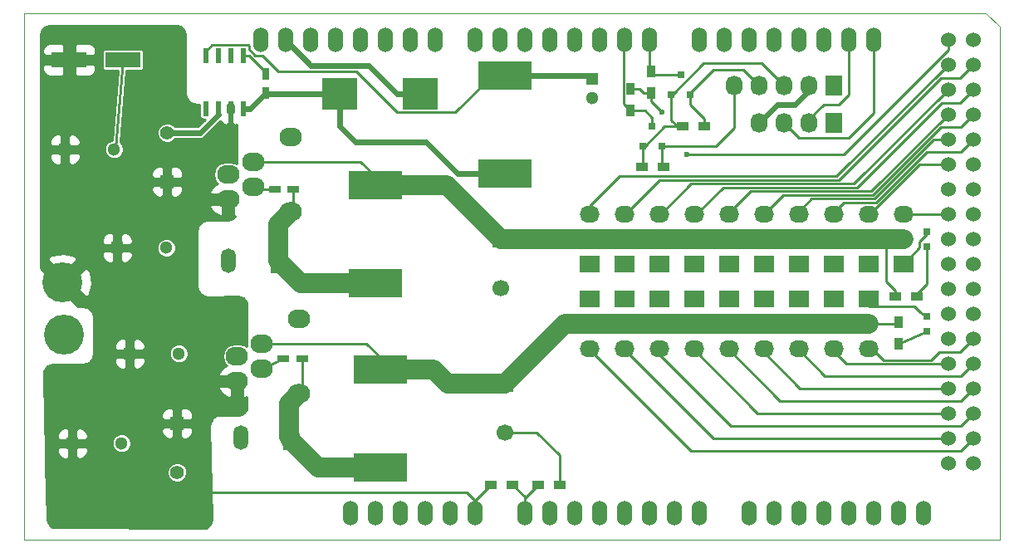
<source format=gtl>
G04 #@! TF.FileFunction,Copper,L1,Top,Mixed*
%FSLAX46Y46*%
G04 Gerber Fmt 4.6, Leading zero omitted, Abs format (unit mm)*
G04 Created by KiCad (PCBNEW (2015-07-04 BZR 5884)-product) date Tue 14 Jul 2015 21:23:31 CEST*
%MOMM*%
G01*
G04 APERTURE LIST*
%ADD10C,0.050000*%
%ADD11C,0.010000*%
%ADD12C,1.700000*%
%ADD13R,1.700000X1.700000*%
%ADD14O,1.524000X2.540000*%
%ADD15C,1.524000*%
%ADD16R,1.300000X1.300000*%
%ADD17C,1.300000*%
%ADD18R,1.400000X1.400000*%
%ADD19C,1.400000*%
%ADD20R,3.599180X1.600200*%
%ADD21R,1.200000X0.750000*%
%ADD22R,0.750000X1.200000*%
%ADD23R,1.501140X2.499360*%
%ADD24O,1.501140X2.499360*%
%ADD25R,3.600000X3.200000*%
%ADD26R,2.032000X1.727200*%
%ADD27O,2.032000X1.727200*%
%ADD28R,1.727200X2.032000*%
%ADD29O,1.727200X2.032000*%
%ADD30R,5.400040X2.900680*%
%ADD31C,4.064000*%
%ADD32R,0.800100X0.800100*%
%ADD33R,1.200000X0.900000*%
%ADD34R,0.900000X1.200000*%
%ADD35O,2.286000X1.905000*%
%ADD36R,0.600000X1.500000*%
%ADD37R,0.797560X0.797560*%
%ADD38C,0.600000*%
%ADD39C,0.391000*%
%ADD40C,0.250000*%
%ADD41C,0.600000*%
%ADD42C,2.000000*%
%ADD43C,1.380000*%
%ADD44C,0.254000*%
G04 APERTURE END LIST*
D10*
D11*
X5080Y5080D02*
X99451160Y5080D01*
X5080Y53721000D02*
X5080Y5080D01*
X98054160Y53721000D02*
X5080Y53721000D01*
X99451160Y52324000D02*
X98054160Y53721000D01*
X99451160Y5080D02*
X99451160Y52324000D01*
D12*
X48585120Y25667960D03*
D13*
X48585120Y30667960D03*
D14*
X68778120Y50987960D03*
X71318120Y50987960D03*
X73858120Y50987960D03*
X76398120Y50987960D03*
X78938120Y50987960D03*
X81478120Y50987960D03*
X84018120Y50987960D03*
X86558120Y50987960D03*
X91638120Y2727960D03*
X89098120Y2727960D03*
X86558120Y2727960D03*
X84018120Y2727960D03*
X73858120Y2727960D03*
X68778120Y2727960D03*
X66238120Y2727960D03*
X76398120Y2727960D03*
X78938120Y2727960D03*
X81478120Y2727960D03*
X63698120Y2727960D03*
X61158120Y2727960D03*
X58618120Y2727960D03*
X50998120Y2727960D03*
X53538120Y2727960D03*
X56078120Y2727960D03*
X45918120Y2727960D03*
X43378120Y2727960D03*
X40838120Y2727960D03*
X35758120Y2727960D03*
X33218120Y2727960D03*
X63698120Y50987960D03*
X61158120Y50987960D03*
X58618120Y50987960D03*
X56078120Y50987960D03*
X53538120Y50987960D03*
X50998120Y50987960D03*
X48458120Y50987960D03*
X45918120Y50987960D03*
X41854120Y50987960D03*
X39314120Y50987960D03*
X36774120Y50987960D03*
X34234120Y50987960D03*
X31694120Y50987960D03*
X29154120Y50987960D03*
X26614120Y50987960D03*
X24074120Y50987960D03*
X38298120Y2727960D03*
D15*
X94178120Y48447960D03*
X96718120Y48447960D03*
X94178120Y45907960D03*
X96718120Y45907960D03*
X94178120Y43367960D03*
X96718120Y43367960D03*
X94178120Y40827960D03*
X96718120Y40827960D03*
X94178120Y50987960D03*
X96718120Y50987960D03*
X96718120Y38287960D03*
X94178120Y38287960D03*
X94178120Y35747960D03*
X96718120Y35747960D03*
X94178120Y33207960D03*
X96718120Y33207960D03*
X94178120Y30667960D03*
X96718120Y30667960D03*
X94178120Y28127960D03*
X96718120Y28127960D03*
X94178120Y25587960D03*
X96718120Y25587960D03*
X94178120Y23047960D03*
X96718120Y23047960D03*
X94178120Y20507960D03*
X96718120Y20507960D03*
X94178120Y17967960D03*
X96718120Y17967960D03*
X94178120Y15427960D03*
X96718120Y15427960D03*
X94178120Y12887960D03*
X96718120Y12887960D03*
X94178120Y10347960D03*
X96718120Y10347960D03*
X94178120Y7807960D03*
X96718120Y7807960D03*
D16*
X9469120Y29778960D03*
D17*
X14469120Y29778960D03*
D16*
X4897120Y9839960D03*
D17*
X9897120Y9839960D03*
D16*
X4135120Y39811960D03*
D17*
X9135120Y39811960D03*
D16*
X10739120Y18983960D03*
D17*
X15739120Y18983960D03*
D18*
X14549120Y36509960D03*
D19*
X14549120Y41509960D03*
D18*
X15565120Y11871960D03*
D19*
X15565120Y6871960D03*
D20*
X4559300Y48955960D03*
X10060940Y48955960D03*
D21*
X25537120Y35747960D03*
X27437120Y35747960D03*
X26426120Y18475960D03*
X28326120Y18475960D03*
D22*
X24582120Y45592960D03*
X24582120Y47492960D03*
D12*
X48966120Y10935960D03*
D13*
X48966120Y15935960D03*
D16*
X57906920Y47025560D03*
D17*
X57906920Y45025560D03*
D23*
X25852120Y28483560D03*
D24*
X20772120Y28483560D03*
D23*
X27122120Y10411460D03*
D24*
X22042120Y10411460D03*
D25*
X40315320Y45501560D03*
X32115320Y45501560D03*
D26*
X57602120Y28127960D03*
D27*
X57602120Y30667960D03*
X57602120Y33207960D03*
D26*
X61158120Y28127960D03*
D27*
X61158120Y30667960D03*
X61158120Y33207960D03*
D26*
X64714120Y28127960D03*
D27*
X64714120Y30667960D03*
X64714120Y33207960D03*
D26*
X68270120Y28127960D03*
D27*
X68270120Y30667960D03*
X68270120Y33207960D03*
D26*
X71826120Y28127960D03*
D27*
X71826120Y30667960D03*
X71826120Y33207960D03*
D26*
X75382120Y28127960D03*
D27*
X75382120Y30667960D03*
X75382120Y33207960D03*
D26*
X78938120Y28127960D03*
D27*
X78938120Y30667960D03*
X78938120Y33207960D03*
D26*
X82494120Y28127960D03*
D27*
X82494120Y30667960D03*
X82494120Y33207960D03*
D26*
X86050120Y28127960D03*
D27*
X86050120Y30667960D03*
X86050120Y33207960D03*
D26*
X57602120Y24571960D03*
D27*
X57602120Y22031960D03*
X57602120Y19491960D03*
D26*
X61158120Y24571960D03*
D27*
X61158120Y22031960D03*
X61158120Y19491960D03*
D26*
X64714120Y24571960D03*
D27*
X64714120Y22031960D03*
X64714120Y19491960D03*
D26*
X68270120Y24571960D03*
D27*
X68270120Y22031960D03*
X68270120Y19491960D03*
D26*
X71826120Y24571960D03*
D27*
X71826120Y22031960D03*
X71826120Y19491960D03*
D26*
X75382120Y24571960D03*
D27*
X75382120Y22031960D03*
X75382120Y19491960D03*
D26*
X78938120Y24571960D03*
D27*
X78938120Y22031960D03*
X78938120Y19491960D03*
D26*
X82494120Y24571960D03*
D27*
X82494120Y22031960D03*
X82494120Y19491960D03*
D26*
X86050120Y24571960D03*
D27*
X86050120Y22031960D03*
X86050120Y19491960D03*
D28*
X82494120Y46365160D03*
D29*
X79954120Y46365160D03*
X77414120Y46365160D03*
X74874120Y46365160D03*
X72334120Y46365160D03*
D28*
X82494120Y42478960D03*
D29*
X79954120Y42478960D03*
X77414120Y42478960D03*
X74874120Y42478960D03*
D30*
X35758120Y36177220D03*
X35758120Y26174700D03*
X36266120Y17381220D03*
X36266120Y7378700D03*
D31*
X4008120Y20888960D03*
X3881120Y26222960D03*
D32*
X63052920Y40182800D03*
X64952920Y40182800D03*
X64002920Y42181780D03*
X65948520Y45415200D03*
X67848520Y45415200D03*
X66898520Y47414180D03*
D33*
X47561320Y5623560D03*
X49761320Y5623560D03*
X52336520Y5623560D03*
X54536520Y5623560D03*
D34*
X61793120Y45991960D03*
X61793120Y43791960D03*
X63901320Y45569960D03*
X63901320Y47769960D03*
D33*
X62953720Y38033960D03*
X65153720Y38033960D03*
X67068520Y42148760D03*
X69268520Y42148760D03*
X88760120Y24825960D03*
X90960120Y24825960D03*
D34*
X89148920Y22217560D03*
X89148920Y20017560D03*
D35*
X20772120Y37271960D03*
X20772120Y34731960D03*
X23312120Y36001960D03*
X23312120Y38541960D03*
X27122120Y41081960D03*
X27122120Y33461960D03*
X21661120Y18729960D03*
X21661120Y16189960D03*
X24201120Y17459960D03*
X24201120Y19999960D03*
X28011120Y22539960D03*
X28011120Y14919960D03*
D36*
X22296120Y49369960D03*
X21026120Y49369960D03*
X19756120Y49369960D03*
X18486120Y49369960D03*
X18486120Y43969960D03*
X19756120Y43969960D03*
X21026120Y43969960D03*
X22296120Y43969960D03*
D30*
X48966120Y47353220D03*
X48966120Y37350700D03*
D37*
X92019120Y29918660D03*
X92019120Y31417260D03*
X92019120Y21282660D03*
X92019120Y22781260D03*
D26*
X89606120Y28127960D03*
D27*
X89606120Y30667960D03*
X89606120Y33207960D03*
D38*
X64968120Y43621960D03*
X67508120Y39303960D03*
D39*
X21026120Y43969960D02*
X21026120Y42161460D01*
D40*
X19304000Y4831080D02*
X18435320Y4831080D01*
X45069760Y4831080D02*
X19304000Y4831080D01*
X45918120Y3982720D02*
X45069760Y4831080D01*
X18435320Y4831080D02*
X18394680Y4871720D01*
X45918120Y2727960D02*
X45918120Y3982720D01*
X45918120Y2727960D02*
X45918120Y3980360D01*
X45918120Y3980360D02*
X47561320Y5623560D01*
X92019120Y31417260D02*
X92019120Y31175960D01*
X92019120Y31175960D02*
X91257120Y30413960D01*
X91257120Y30413960D02*
X91257120Y29778960D01*
X91257120Y29778960D02*
X89606120Y28127960D01*
X92019120Y22781260D02*
X91358720Y23220680D01*
X91358720Y23220680D02*
X90769440Y23809960D01*
X90769440Y23809960D02*
X86050120Y23809960D01*
D41*
X29215080Y48387000D02*
X26614120Y50987960D01*
X40315320Y45501560D02*
X37957760Y45501560D01*
X37957760Y45501560D02*
X35072320Y48387000D01*
X35072320Y48387000D02*
X29215080Y48387000D01*
D40*
X19756120Y43969960D02*
X19756120Y43367960D01*
D41*
X19756120Y43367960D02*
X17898120Y41509960D01*
X17898120Y41509960D02*
X14549120Y41509960D01*
D40*
X10060940Y48955960D02*
X9298940Y39975780D01*
X9298940Y39975780D02*
X9135120Y39811960D01*
X54536520Y8638360D02*
X54536520Y5623560D01*
X52238920Y10935960D02*
X54536520Y8638360D01*
X48966120Y10935960D02*
X52238920Y10935960D01*
X25537120Y35747960D02*
X23566120Y35747960D01*
X23566120Y35747960D02*
X23312120Y36001960D01*
D42*
X27122120Y33461960D02*
X25852120Y32191960D01*
X25852120Y32191960D02*
X25852120Y28483560D01*
D40*
X27437120Y35747960D02*
X27437120Y33776960D01*
X27437120Y33776960D02*
X27122120Y33461960D01*
D42*
X35758120Y26174700D02*
X28160980Y26174700D01*
X28160980Y26174700D02*
X25852120Y28483560D01*
D40*
X24201120Y17459960D02*
X26426120Y18475960D01*
D42*
X28011120Y14919960D02*
X26995120Y13903960D01*
X26995120Y13903960D02*
X26995120Y10538460D01*
X26995120Y10538460D02*
X27122120Y10411460D01*
D43*
X27122120Y10411460D02*
X27122120Y10157460D01*
D42*
X27122120Y10157460D02*
X29900880Y7378700D01*
X29900880Y7378700D02*
X36266120Y7378700D01*
D40*
X28326120Y18475960D02*
X28326120Y15234960D01*
X28326120Y15234960D02*
X28011120Y14919960D01*
D41*
X32115320Y45501560D02*
X32115320Y42184760D01*
X44188380Y37350700D02*
X48966120Y37350700D01*
X40965120Y40573960D02*
X44188380Y37350700D01*
X33726120Y40573960D02*
X40965120Y40573960D01*
X32115320Y42184760D02*
X33726120Y40573960D01*
X22296120Y43969960D02*
X22959120Y43969960D01*
X22959120Y43969960D02*
X24582120Y45592960D01*
X32115320Y45501560D02*
X24673520Y45501560D01*
D39*
X24673520Y45501560D02*
X24582120Y45592960D01*
D40*
X24582120Y47492960D02*
X24582120Y47717960D01*
X24582120Y47717960D02*
X22930120Y49369960D01*
X22930120Y49369960D02*
X22846120Y49369960D01*
X22846120Y49369960D02*
X22296120Y49369960D01*
D42*
X35758120Y36177220D02*
X43075860Y36177220D01*
X43075860Y36177220D02*
X48585120Y30667960D01*
X48585120Y30667960D02*
X57602120Y30667960D01*
D40*
X88760120Y24825960D02*
X88760120Y25417960D01*
X87828120Y26349960D02*
X87828120Y30667960D01*
X88760120Y25417960D02*
X87828120Y26349960D01*
D42*
X86050120Y30667960D02*
X87828120Y30667960D01*
X87828120Y30667960D02*
X89606120Y30667960D01*
D40*
X86050120Y30667960D02*
X86134120Y30667960D01*
X86118520Y30736360D02*
X86050120Y30667960D01*
X35758120Y36177220D02*
X35758120Y37068760D01*
X35758120Y37068760D02*
X34284920Y38541960D01*
X34284920Y38541960D02*
X23312120Y38541960D01*
D43*
X48585120Y30667960D02*
X48585120Y30794960D01*
D42*
X57602120Y30667960D02*
X61158120Y30667960D01*
X61158120Y30667960D02*
X64714120Y30667960D01*
X64714120Y30667960D02*
X68270120Y30667960D01*
X68270120Y30667960D02*
X71826120Y30667960D01*
X71826120Y30667960D02*
X75382120Y30667960D01*
X75382120Y30667960D02*
X78938120Y30667960D01*
X78938120Y30667960D02*
X82494120Y30667960D01*
X82494120Y30667960D02*
X86050120Y30667960D01*
X36266120Y17381220D02*
X41678860Y17381220D01*
X43124120Y15935960D02*
X48966120Y15935960D01*
X41678860Y17381220D02*
X43124120Y15935960D01*
D40*
X36266120Y17381220D02*
X36266120Y18602960D01*
X36266120Y18602960D02*
X34869120Y19999960D01*
X34869120Y19999960D02*
X24201120Y19999960D01*
X86050120Y22031960D02*
X88963320Y22031960D01*
X88963320Y22031960D02*
X89148920Y22217560D01*
D42*
X57602120Y22031960D02*
X55062120Y22031960D01*
X55062120Y22031960D02*
X48966120Y15935960D01*
X57602120Y22031960D02*
X61158120Y22031960D01*
X61158120Y22031960D02*
X64714120Y22031960D01*
X64714120Y22031960D02*
X68270120Y22031960D01*
X68270120Y22031960D02*
X71826120Y22031960D01*
X71826120Y22031960D02*
X75382120Y22031960D01*
X75382120Y22031960D02*
X78938120Y22031960D01*
X78938120Y22031960D02*
X82494120Y22031960D01*
X82494120Y22031960D02*
X86050120Y22031960D01*
D41*
X79954120Y45780960D02*
X78557120Y44383960D01*
X78557120Y44383960D02*
X76779120Y44383960D01*
X76779120Y44383960D02*
X74874120Y42478960D01*
X74874120Y42478960D02*
X74366120Y42478960D01*
D40*
X48966120Y47353220D02*
X47716440Y47353220D01*
X47716440Y47353220D02*
X43939779Y43576559D01*
X18486120Y49819960D02*
X18486120Y49369960D01*
X43939779Y43576559D02*
X38025323Y43576559D01*
X24242132Y49392950D02*
X23543540Y49392950D01*
X38025323Y43576559D02*
X33839892Y47761990D01*
X33839892Y47761990D02*
X25873092Y47761990D01*
X22856121Y50444961D02*
X19111121Y50444961D01*
X25873092Y47761990D02*
X24242132Y49392950D01*
X23543540Y49392950D02*
X22921121Y50015369D01*
X22921121Y50015369D02*
X22921121Y50379961D01*
X22921121Y50379961D02*
X22856121Y50444961D01*
X19111121Y50444961D02*
X18486120Y49819960D01*
D39*
X79954120Y46365160D02*
X79954120Y45780960D01*
X57906920Y47025560D02*
X57906920Y46949360D01*
D41*
X48966120Y47353220D02*
X57579260Y47353220D01*
D39*
X57579260Y47353220D02*
X57906920Y47025560D01*
X48966120Y47353220D02*
X46504860Y47353220D01*
D40*
X90960120Y24825960D02*
X90960120Y25036960D01*
X90960120Y25036960D02*
X92019120Y26095960D01*
X92019120Y26095960D02*
X92019120Y29918660D01*
X89148920Y20017560D02*
X92014220Y21287560D01*
X92014220Y21287560D02*
X92019120Y21282660D01*
X57602120Y33207960D02*
X57602120Y34033460D01*
X57602120Y34033460D02*
X60650120Y37081460D01*
X60650120Y37081460D02*
X82811620Y37081460D01*
X82811620Y37081460D02*
X94178120Y48447960D01*
X61158120Y33207960D02*
X61254122Y33207960D01*
X61254122Y33207960D02*
X64746622Y36700460D01*
X64746622Y36700460D02*
X83002120Y36700460D01*
X83002120Y36700460D02*
X93416120Y47114460D01*
X93416120Y47114460D02*
X95384620Y47114460D01*
X95384620Y47114460D02*
X96718120Y48447960D01*
X64714120Y33207960D02*
X64873622Y33207960D01*
X64873622Y33207960D02*
X67985122Y36319460D01*
X67985122Y36319460D02*
X84589620Y36319460D01*
X84589620Y36319460D02*
X94178120Y45907960D01*
X68270120Y33207960D02*
X68493122Y33207960D01*
X68493122Y33207960D02*
X71223622Y35938460D01*
X71223622Y35938460D02*
X84907120Y35938460D01*
X84907120Y35938460D02*
X93543120Y44574460D01*
X93543120Y44574460D02*
X95384620Y44574460D01*
X95384620Y44574460D02*
X96718120Y45907960D01*
X71826120Y33207960D02*
X71826120Y33334960D01*
X71826120Y33334960D02*
X74048620Y35557460D01*
X74048620Y35557460D02*
X86367620Y35557460D01*
X86367620Y35557460D02*
X94178120Y43367960D01*
X75382120Y33207960D02*
X75414622Y33207960D01*
X75414622Y33207960D02*
X77383122Y35176460D01*
X77383122Y35176460D02*
X86481598Y35176460D01*
X86481598Y35176460D02*
X93403098Y42097960D01*
X93403098Y42097960D02*
X95448120Y42097960D01*
X95448120Y42097960D02*
X96718120Y43367960D01*
X78938120Y33207960D02*
X78938120Y33492958D01*
X78938120Y33492958D02*
X80240622Y34795460D01*
X80240622Y34795460D02*
X86685120Y34795460D01*
X86685120Y34795460D02*
X92717620Y40827960D01*
X92717620Y40827960D02*
X94178120Y40827960D01*
X82494120Y33207960D02*
X82494120Y33398460D01*
X82494120Y33398460D02*
X83510120Y34414460D01*
X95448120Y39557960D02*
X96718120Y40827960D01*
X92019120Y39557960D02*
X95448120Y39557960D01*
X86875620Y34414460D02*
X92019120Y39557960D01*
X83510120Y34414460D02*
X86875620Y34414460D01*
X82494120Y33207960D02*
X82557620Y33207960D01*
X86050120Y33207960D02*
X86177120Y33207960D01*
X86177120Y33207960D02*
X91257120Y38287960D01*
X91257120Y38287960D02*
X94178120Y38287960D01*
X57602120Y19491960D02*
X57602120Y19428460D01*
X57602120Y19428460D02*
X67952620Y9077960D01*
X67952620Y9077960D02*
X95448120Y9077960D01*
X95448120Y9077960D02*
X96718120Y10347960D01*
X61158120Y19491960D02*
X61158120Y19428460D01*
X61158120Y19428460D02*
X70238620Y10347960D01*
X70238620Y10347960D02*
X94178120Y10347960D01*
X64714120Y19491960D02*
X64714120Y18920460D01*
X64714120Y18920460D02*
X72016620Y11617960D01*
X72016620Y11617960D02*
X95448120Y11617960D01*
X95448120Y11617960D02*
X96718120Y12887960D01*
X68270120Y19491960D02*
X68270120Y19364960D01*
X68270120Y19364960D02*
X74747120Y12887960D01*
X74747120Y12887960D02*
X94178120Y12887960D01*
X71826120Y19491960D02*
X71826120Y19364960D01*
X71826120Y19364960D02*
X77033120Y14157960D01*
X77033120Y14157960D02*
X95448120Y14157960D01*
X95448120Y14157960D02*
X96718120Y15427960D01*
X75382120Y19491960D02*
X75382120Y19110960D01*
X75382120Y19110960D02*
X79065120Y15427960D01*
X79065120Y15427960D02*
X94178120Y15427960D01*
X78938120Y19491960D02*
X78938120Y19364960D01*
X78938120Y19364960D02*
X81605120Y16697960D01*
X81605120Y16697960D02*
X95448120Y16697960D01*
X95448120Y16697960D02*
X96718120Y17967960D01*
X82494120Y19491960D02*
X82494120Y19237960D01*
X82494120Y19237960D02*
X83764120Y17967960D01*
X83764120Y17967960D02*
X94178120Y17967960D01*
X86050120Y19491960D02*
X86400122Y19491960D01*
X86400122Y19491960D02*
X87574120Y18317962D01*
X87574120Y18317962D02*
X92432622Y18317962D01*
X92432622Y18317962D02*
X93289120Y19174460D01*
X93289120Y19174460D02*
X95384620Y19174460D01*
X95384620Y19174460D02*
X96718120Y20507960D01*
X64952920Y40182800D02*
X70474840Y40182800D01*
X72334120Y42042080D02*
X72334120Y46365160D01*
X70474840Y40182800D02*
X72334120Y42042080D01*
X64952920Y40182800D02*
X64952920Y38234760D01*
X64952920Y38234760D02*
X65153720Y38033960D01*
X67848520Y45415200D02*
X67848520Y45557480D01*
X67848520Y45557480D02*
X70241160Y47950120D01*
X73289160Y47950120D02*
X74874120Y46365160D01*
X70241160Y47950120D02*
X73289160Y47950120D01*
X67848520Y45415200D02*
X67848520Y44399160D01*
X69268520Y42979160D02*
X69268520Y42148760D01*
X67848520Y44399160D02*
X69268520Y42979160D01*
X65948520Y45415200D02*
X66075560Y45415200D01*
X66075560Y45415200D02*
X69265800Y48605440D01*
X75173840Y48605440D02*
X77414120Y46365160D01*
X69265800Y48605440D02*
X75173840Y48605440D01*
X65948520Y45415200D02*
X65948520Y42763480D01*
X65948520Y42763480D02*
X66563240Y42148760D01*
X66563240Y42148760D02*
X67068520Y42148760D01*
X63052920Y40182800D02*
X63286640Y40182800D01*
X63286640Y40182800D02*
X65252600Y42148760D01*
X65252600Y42148760D02*
X67068520Y42148760D01*
X63052920Y40182800D02*
X63052920Y38133160D01*
X63052920Y38133160D02*
X62953720Y38033960D01*
X61158120Y50987960D02*
X61118119Y50947959D01*
X61118119Y50947959D02*
X61118119Y44466961D01*
X61118119Y44466961D02*
X61793120Y43791960D01*
X64002920Y42181780D02*
X64002920Y43063160D01*
X63274120Y43791960D02*
X61793120Y43791960D01*
X64002920Y43063160D02*
X63274120Y43791960D01*
X66898520Y47414180D02*
X64257100Y47414180D01*
X64257100Y47414180D02*
X63901320Y47769960D01*
X63698120Y50987960D02*
X63698120Y47973160D01*
X63698120Y47973160D02*
X63901320Y47769960D01*
X50998120Y2727960D02*
X50998120Y4285160D01*
X50998120Y4285160D02*
X52336520Y5623560D01*
X50998120Y2727960D02*
X50998120Y4386760D01*
X50998120Y4386760D02*
X49761320Y5623560D01*
X63901320Y45569960D02*
X63147120Y45569960D01*
X62725120Y45991960D02*
X61793120Y45991960D01*
X63147120Y45569960D02*
X62725120Y45991960D01*
X94178120Y50987960D02*
X94178120Y49971960D01*
X63901320Y44688760D02*
X63901320Y45569960D01*
X64968120Y43621960D02*
X63901320Y44688760D01*
X83510120Y39303960D02*
X67508120Y39303960D01*
X94178120Y49971960D02*
X83510120Y39303960D01*
X84018120Y50987960D02*
X84018120Y45399960D01*
X84018120Y45399960D02*
X83002120Y44383960D01*
X83002120Y44383960D02*
X81478120Y44383960D01*
X81478120Y44383960D02*
X79573120Y42478960D01*
X79573120Y42478960D02*
X79446120Y42478960D01*
X86558120Y50987960D02*
X86558120Y43494960D01*
X86558120Y43494960D02*
X84018120Y40954960D01*
X84018120Y40954960D02*
X78938120Y40954960D01*
X78938120Y40954960D02*
X77414120Y42478960D01*
X77414120Y42478960D02*
X76906120Y42478960D01*
X89606120Y33207960D02*
X94178120Y33207960D01*
D44*
G36*
X15873610Y52331449D02*
X16156024Y52142746D01*
X16344728Y51860331D01*
X16413480Y51514691D01*
X16413480Y45512904D01*
X16415477Y45502864D01*
X16415108Y45492637D01*
X16466043Y45177558D01*
X16473119Y45158563D01*
X16478814Y45139088D01*
X16626429Y44856106D01*
X16639137Y44840299D01*
X16650671Y44823620D01*
X16879929Y44601561D01*
X16896968Y44590565D01*
X16913173Y44578367D01*
X17200719Y44439854D01*
X17220359Y44434786D01*
X17239577Y44428316D01*
X17556121Y44387458D01*
X17566333Y44388154D01*
X17576430Y44386478D01*
X17852714Y44395296D01*
X17852714Y43219960D01*
X17876905Y43095276D01*
X17948891Y42985690D01*
X18057565Y42912335D01*
X18186120Y42886554D01*
X18388002Y42886554D01*
X17638408Y42136960D01*
X15374345Y42136960D01*
X15131628Y42380100D01*
X14754299Y42536781D01*
X14345733Y42537138D01*
X13968131Y42381116D01*
X13678980Y42092468D01*
X13522299Y41715139D01*
X13521942Y41306573D01*
X13677964Y40928971D01*
X13966612Y40639820D01*
X14343941Y40483139D01*
X14752507Y40482782D01*
X15130109Y40638804D01*
X15374690Y40882960D01*
X17898120Y40882960D01*
X18138063Y40930688D01*
X18341476Y41066604D01*
X19954988Y42680116D01*
X20201016Y42434087D01*
X20541728Y42292960D01*
X20644370Y42292960D01*
X20876120Y42524710D01*
X20876120Y43594960D01*
X20726120Y43594960D01*
X20726120Y44344960D01*
X20876120Y44344960D01*
X20876120Y44471482D01*
X21037223Y44450612D01*
X21176120Y44383467D01*
X21176120Y44344960D01*
X21255777Y44344960D01*
X21288321Y44329228D01*
X21326120Y44292447D01*
X21326120Y43594960D01*
X21176120Y43594960D01*
X21176120Y42524710D01*
X21407870Y42292960D01*
X21510512Y42292960D01*
X21655621Y42353066D01*
X21637173Y38349754D01*
X21481062Y38454064D01*
X20991419Y38551460D01*
X20552821Y38551460D01*
X20063178Y38454064D01*
X19648078Y38176703D01*
X19370717Y37761603D01*
X19273321Y37271960D01*
X19370717Y36782317D01*
X19648078Y36367217D01*
X19700077Y36332472D01*
X19311560Y36091589D01*
X18887930Y35502062D01*
X18860346Y35486769D01*
X19004196Y35208210D01*
X20209120Y35208210D01*
X20209120Y35314960D01*
X21335120Y35314960D01*
X21335120Y35208210D01*
X21355120Y35208210D01*
X21355120Y34255710D01*
X21335120Y34255710D01*
X21335120Y33140831D01*
X21473669Y33066249D01*
X21360290Y32895708D01*
X21082441Y32707248D01*
X20741618Y32635344D01*
X18698308Y32606964D01*
X18686182Y32604377D01*
X18673784Y32604226D01*
X18295820Y32524258D01*
X18295817Y32524257D01*
X18295813Y32524256D01*
X18295386Y32524165D01*
X18272876Y32514520D01*
X18250203Y32504896D01*
X18249839Y32504649D01*
X18249838Y32504648D01*
X18249836Y32504647D01*
X17930489Y32287232D01*
X17913309Y32269752D01*
X17895998Y32252259D01*
X17682794Y31929553D01*
X17673499Y31906778D01*
X17664154Y31884106D01*
X17589357Y31504632D01*
X17589378Y31492232D01*
X17586960Y31480072D01*
X17586960Y25877649D01*
X17588930Y25867742D01*
X17588545Y25857644D01*
X17638170Y25546538D01*
X17645123Y25527753D01*
X17650618Y25508514D01*
X17794567Y25228285D01*
X17807007Y25212610D01*
X17818226Y25196019D01*
X18042213Y24974481D01*
X18058916Y24963453D01*
X18074736Y24951177D01*
X18356531Y24810315D01*
X18375835Y24805031D01*
X18394689Y24798286D01*
X18706322Y24752083D01*
X18716415Y24752580D01*
X18726344Y24750718D01*
X21781900Y24784296D01*
X22063111Y24742674D01*
X22308376Y24620301D01*
X22503495Y24427791D01*
X22629159Y24184200D01*
X22674563Y23903573D01*
X22684977Y19701644D01*
X22370062Y19912064D01*
X21880419Y20009460D01*
X21441821Y20009460D01*
X20952178Y19912064D01*
X20537078Y19634703D01*
X20259717Y19219603D01*
X20162321Y18729960D01*
X20259717Y18240317D01*
X20537078Y17825217D01*
X20589077Y17790472D01*
X20200560Y17549589D01*
X19776930Y16960062D01*
X19749346Y16944769D01*
X19893196Y16666210D01*
X21098120Y16666210D01*
X21098120Y16772960D01*
X22224120Y16772960D01*
X22224120Y16666210D01*
X22244120Y16666210D01*
X22244120Y15713710D01*
X22224120Y15713710D01*
X22224120Y14598831D01*
X22504695Y14447796D01*
X22697702Y14567462D01*
X22700014Y13634503D01*
X22632246Y13289005D01*
X22444572Y13006280D01*
X22163062Y12816793D01*
X21818004Y12746803D01*
X19991048Y12739582D01*
X19981106Y12737564D01*
X19970967Y12737904D01*
X19658803Y12686632D01*
X19639985Y12679568D01*
X19620688Y12673932D01*
X19340161Y12527718D01*
X19324487Y12515126D01*
X19307920Y12503747D01*
X19087101Y12277223D01*
X19076149Y12260373D01*
X19063960Y12244381D01*
X18924948Y11960215D01*
X18919807Y11940786D01*
X18913224Y11921788D01*
X18869930Y11608419D01*
X18870528Y11598294D01*
X18868764Y11588301D01*
X19073435Y2094053D01*
X19033927Y1809603D01*
X18911709Y1561135D01*
X18717707Y1363557D01*
X18471514Y1236822D01*
X18187832Y1192125D01*
X3222049Y1241355D01*
X2882084Y1308983D01*
X2603089Y1492776D01*
X2413855Y1768117D01*
X2339571Y2106686D01*
X2210428Y7743116D01*
X14984131Y7743116D01*
X14694980Y7454468D01*
X14538299Y7077139D01*
X14537942Y6668573D01*
X14693964Y6290971D01*
X14982612Y6001820D01*
X15359941Y5845139D01*
X15768507Y5844782D01*
X16146109Y6000804D01*
X16435260Y6289452D01*
X16591941Y6666781D01*
X16592298Y7075347D01*
X16436276Y7452949D01*
X16147628Y7742100D01*
X15770299Y7898781D01*
X15361733Y7899138D01*
X14984131Y7743116D01*
X2210428Y7743116D01*
X2169831Y9514960D01*
X3551870Y9514960D01*
X3320120Y9283210D01*
X3320120Y9005568D01*
X3461247Y8664857D01*
X3722016Y8404087D01*
X4062728Y8262960D01*
X4340370Y8262960D01*
X4572120Y8494710D01*
X4572120Y9514960D01*
X5222120Y9514960D01*
X5222120Y8494710D01*
X5453870Y8262960D01*
X5731512Y8262960D01*
X6072224Y8404087D01*
X6332993Y8664857D01*
X6474120Y9005568D01*
X6474120Y9283210D01*
X6242370Y9514960D01*
X5222120Y9514960D01*
X4572120Y9514960D01*
X4572120Y9514960D01*
X3551870Y9514960D01*
X2169831Y9514960D01*
X2157913Y10035150D01*
X8920290Y10035150D01*
X8919950Y9646475D01*
X9068376Y9287257D01*
X9342971Y9012182D01*
X9701930Y8863130D01*
X10090605Y8862790D01*
X10449823Y9011216D01*
X10724898Y9285811D01*
X10873950Y9644770D01*
X10874290Y10033445D01*
X10725864Y10392663D01*
X10451269Y10667738D01*
X10092310Y10816790D01*
X9703635Y10817130D01*
X9344417Y10668704D01*
X6474120Y10668704D01*
X6474120Y10674352D01*
X6332993Y11015063D01*
X6072224Y11275833D01*
X5731512Y11416960D01*
X5453870Y11416960D01*
X5222120Y11185210D01*
X5222120Y10164960D01*
X6242370Y10164960D01*
X6474120Y10396710D01*
X6474120Y10668704D01*
X9344417Y10668704D01*
X6474120Y10668704D01*
X6474120Y10668704D01*
X9344417Y10668704D01*
X9069342Y10394109D01*
X8920290Y10035150D01*
X2157913Y10035150D01*
X2126253Y11416960D01*
X4062728Y11416960D01*
X3722016Y11275833D01*
X3461247Y11015063D01*
X3320120Y10674352D01*
X3320120Y10396710D01*
X3551870Y10164960D01*
X4572120Y10164960D01*
X4572120Y11185210D01*
X4340370Y11416960D01*
X4062728Y11416960D01*
X2126253Y11416960D01*
X2123848Y11521960D01*
X14169870Y11521960D01*
X13938120Y11290210D01*
X13938120Y10987568D01*
X14079247Y10646856D01*
X14340017Y10386087D01*
X14680728Y10244960D01*
X14983370Y10244960D01*
X15215120Y10476710D01*
X15215120Y11521960D01*
X15915120Y11521960D01*
X15215120Y11521960D01*
X15215120Y11521960D01*
X15915120Y11521960D01*
X15915120Y10476710D01*
X16146870Y10244960D01*
X16449512Y10244960D01*
X16790223Y10386087D01*
X17050993Y10646856D01*
X17192120Y10987568D01*
X17192120Y11290210D01*
X16960370Y11521960D01*
X15915120Y11521960D01*
X15215120Y11521960D01*
X15215120Y11521960D01*
X14169870Y11521960D01*
X2123848Y11521960D01*
X2078550Y13498960D01*
X14680728Y13498960D01*
X14340017Y13357833D01*
X14079247Y13097064D01*
X13938120Y12756352D01*
X13938120Y12453710D01*
X14169870Y12221960D01*
X15215120Y12221960D01*
X15215120Y13267210D01*
X14983370Y13498960D01*
X16146870Y13498960D01*
X15915120Y13267210D01*
X15915120Y12221960D01*
X16960370Y12221960D01*
X17192120Y12453710D01*
X17192120Y12756352D01*
X17050993Y13097064D01*
X16790223Y13357833D01*
X16449512Y13498960D01*
X16146870Y13498960D01*
X14983370Y13498960D01*
X14983370Y13498960D01*
X14680728Y13498960D01*
X2078550Y13498960D01*
X2027804Y15713710D01*
X19893196Y15713710D01*
X19749346Y15435151D01*
X19776930Y15419858D01*
X20200560Y14830331D01*
X20817545Y14447796D01*
X21098120Y14598831D01*
X21098120Y15713710D01*
X19893196Y15713710D01*
X2027804Y15713710D01*
X1999756Y16937829D01*
X2038776Y17221995D01*
X2160369Y17470402D01*
X2353677Y17668190D01*
X2599232Y17795440D01*
X2882438Y17840960D01*
X5929120Y17840960D01*
X5941387Y17843400D01*
X5953896Y17843400D01*
X6336579Y17919520D01*
X6382360Y17938483D01*
X6706782Y18155255D01*
X6706784Y18155256D01*
X6706785Y18155256D01*
X6724304Y18172776D01*
X6741824Y18190295D01*
X6741824Y18190296D01*
X6741825Y18190298D01*
X6958593Y18514716D01*
X6958596Y18514719D01*
X6958597Y18514719D01*
X6972005Y18547092D01*
X6977560Y18560500D01*
X6977560Y18560501D01*
X6997144Y18658960D01*
X9393870Y18658960D01*
X9162120Y18427210D01*
X9162120Y18149568D01*
X9303247Y17808857D01*
X9564016Y17548087D01*
X9904728Y17406960D01*
X10182370Y17406960D01*
X10414120Y17638710D01*
X10414120Y18658960D01*
X11064120Y18658960D01*
X10414120Y18658960D01*
X10414120Y18658960D01*
X11064120Y18658960D01*
X11064120Y17638710D01*
X11295870Y17406960D01*
X11573512Y17406960D01*
X11914224Y17548087D01*
X12174993Y17808857D01*
X12316120Y18149568D01*
X12316120Y18427210D01*
X12084370Y18658960D01*
X11064120Y18658960D01*
X10414120Y18658960D01*
X10414120Y18658960D01*
X9393870Y18658960D01*
X6997144Y18658960D01*
X7053680Y18943184D01*
X7053680Y18955693D01*
X7056120Y18967960D01*
X7056120Y19179150D01*
X14762290Y19179150D01*
X14761950Y18790475D01*
X14910376Y18431257D01*
X15184971Y18156182D01*
X15543930Y18007130D01*
X15932605Y18006790D01*
X16291823Y18155216D01*
X16566898Y18429811D01*
X16715950Y18788770D01*
X16716290Y19177445D01*
X16567864Y19536663D01*
X16293269Y19811738D01*
X15934310Y19960790D01*
X15545635Y19961130D01*
X15186417Y19812704D01*
X12316120Y19812704D01*
X12316120Y19818352D01*
X12174993Y20159063D01*
X11914224Y20419833D01*
X11573512Y20560960D01*
X11295870Y20560960D01*
X11064120Y20329210D01*
X11064120Y19308960D01*
X12084370Y19308960D01*
X12316120Y19540710D01*
X12316120Y19812704D01*
X15186417Y19812704D01*
X12316120Y19812704D01*
X12316120Y19812704D01*
X15186417Y19812704D01*
X14911342Y19538109D01*
X14762290Y19179150D01*
X7056120Y19179150D01*
X7056120Y20560960D01*
X9904728Y20560960D01*
X9564016Y20419833D01*
X9303247Y20159063D01*
X9162120Y19818352D01*
X9162120Y19540710D01*
X9393870Y19308960D01*
X10414120Y19308960D01*
X10414120Y20329210D01*
X10182370Y20560960D01*
X9904728Y20560960D01*
X7056120Y20560960D01*
X7056120Y22682960D01*
X7053680Y22695228D01*
X7053680Y22707736D01*
X6977560Y23090419D01*
X6977560Y23090420D01*
X6972005Y23103829D01*
X6958597Y23136201D01*
X6958593Y23136205D01*
X6741825Y23460623D01*
X6741824Y23460624D01*
X6741824Y23460625D01*
X6706785Y23495664D01*
X6706782Y23495666D01*
X6382360Y23712437D01*
X6336579Y23731400D01*
X5953896Y23807520D01*
X5941387Y23807520D01*
X5929120Y23809960D01*
X5359543Y23809960D01*
X5411812Y23896066D01*
X3881120Y25426758D01*
X3866978Y25412615D01*
X3070776Y26208817D01*
X3084918Y26222960D01*
X4677322Y26222960D01*
X6208014Y24692268D01*
X6609948Y24936256D01*
X6894629Y26078478D01*
X6720530Y27242696D01*
X6609948Y27509664D01*
X6208014Y27753652D01*
X4677322Y26222960D01*
X3084918Y26222960D01*
X3084918Y26222960D01*
X1647761Y27660117D01*
X1635946Y28291881D01*
X1635785Y28311549D01*
X1637516Y29062370D01*
X2861384Y29062370D01*
X2594416Y28951788D01*
X2350428Y28549854D01*
X3881120Y27019162D01*
X5411812Y28549854D01*
X5167824Y28951788D01*
X4025602Y29236469D01*
X2861384Y29062370D01*
X1637516Y29062370D01*
X1638419Y29453960D01*
X8123870Y29453960D01*
X7892120Y29222210D01*
X7892120Y28944568D01*
X8033247Y28603857D01*
X8294016Y28343087D01*
X8634728Y28201960D01*
X8912370Y28201960D01*
X9144120Y28433710D01*
X9144120Y29453960D01*
X9794120Y29453960D01*
X9144120Y29453960D01*
X9144120Y29453960D01*
X9794120Y29453960D01*
X9794120Y28433710D01*
X10025870Y28201960D01*
X10303512Y28201960D01*
X10644224Y28343087D01*
X10904993Y28603857D01*
X11046120Y28944568D01*
X11046120Y29222210D01*
X10814370Y29453960D01*
X9794120Y29453960D01*
X9144120Y29453960D01*
X9144120Y29453960D01*
X8123870Y29453960D01*
X1638419Y29453960D01*
X1639618Y29974150D01*
X13492290Y29974150D01*
X13491950Y29585475D01*
X13640376Y29226257D01*
X13914971Y28951182D01*
X14273930Y28802130D01*
X14662605Y28801790D01*
X15021823Y28950216D01*
X15296898Y29224811D01*
X15445950Y29583770D01*
X15446290Y29972445D01*
X15297864Y30331663D01*
X15023269Y30606738D01*
X14664310Y30755790D01*
X14275635Y30756130D01*
X13916417Y30607704D01*
X11046120Y30607704D01*
X11046120Y30613352D01*
X10904993Y30954063D01*
X10644224Y31214833D01*
X10303512Y31355960D01*
X10025870Y31355960D01*
X9794120Y31124210D01*
X9794120Y30103960D01*
X10814370Y30103960D01*
X11046120Y30335710D01*
X11046120Y30607704D01*
X13916417Y30607704D01*
X11046120Y30607704D01*
X11046120Y30607704D01*
X13916417Y30607704D01*
X13641342Y30333109D01*
X13492290Y29974150D01*
X1639618Y29974150D01*
X1642805Y31355960D01*
X8634728Y31355960D01*
X8294016Y31214833D01*
X8033247Y30954063D01*
X7892120Y30613352D01*
X7892120Y30335710D01*
X8123870Y30103960D01*
X9144120Y30103960D01*
X9144120Y31124210D01*
X8912370Y31355960D01*
X8634728Y31355960D01*
X1642805Y31355960D01*
X1649493Y34255710D01*
X19004196Y34255710D01*
X18860346Y33977151D01*
X18887930Y33961858D01*
X19311560Y33372331D01*
X19928545Y32989796D01*
X20209120Y33140831D01*
X20209120Y34255710D01*
X19004196Y34255710D01*
X1649493Y34255710D01*
X1653885Y36159960D01*
X13153870Y36159960D01*
X12922120Y35928210D01*
X12922120Y35625568D01*
X13063247Y35284856D01*
X13324017Y35024087D01*
X13664728Y34882960D01*
X13967370Y34882960D01*
X14199120Y35114710D01*
X14199120Y36159960D01*
X14899120Y36159960D01*
X14899120Y35114710D01*
X15130870Y34882960D01*
X15433512Y34882960D01*
X15774223Y35024087D01*
X16034993Y35284856D01*
X16176120Y35625568D01*
X16176120Y35928210D01*
X15944370Y36159960D01*
X14899120Y36159960D01*
X14199120Y36159960D01*
X14199120Y36159960D01*
X13153870Y36159960D01*
X1653885Y36159960D01*
X1658445Y38136960D01*
X13664728Y38136960D01*
X13324017Y37995833D01*
X13063247Y37735064D01*
X12922120Y37394352D01*
X12922120Y37091710D01*
X13153870Y36859960D01*
X14199120Y36859960D01*
X14199120Y37905210D01*
X13967370Y38136960D01*
X15130870Y38136960D01*
X14899120Y37905210D01*
X14899120Y36859960D01*
X15944370Y36859960D01*
X16176120Y37091710D01*
X16176120Y37394352D01*
X16034993Y37735064D01*
X15774223Y37995833D01*
X15433512Y38136960D01*
X15130870Y38136960D01*
X13967370Y38136960D01*
X13967370Y38136960D01*
X13664728Y38136960D01*
X1658445Y38136960D01*
X1661559Y39486960D01*
X2789870Y39486960D01*
X2558120Y39255210D01*
X2558120Y38977568D01*
X2699247Y38636857D01*
X2960016Y38376087D01*
X3300728Y38234960D01*
X3578370Y38234960D01*
X3810120Y38466710D01*
X3810120Y39486960D01*
X4460120Y39486960D01*
X3810120Y39486960D01*
X3810120Y39486960D01*
X4460120Y39486960D01*
X4460120Y38466710D01*
X4691870Y38234960D01*
X4969512Y38234960D01*
X5310224Y38376087D01*
X5570993Y38636857D01*
X5712120Y38977568D01*
X5712120Y39255210D01*
X5480370Y39486960D01*
X4460120Y39486960D01*
X3810120Y39486960D01*
X3810120Y39486960D01*
X2789870Y39486960D01*
X1661559Y39486960D01*
X1662759Y40007150D01*
X8158290Y40007150D01*
X8157950Y39618475D01*
X8306376Y39259257D01*
X8580971Y38984182D01*
X8939930Y38835130D01*
X9328605Y38834790D01*
X9687823Y38983216D01*
X9962898Y39257811D01*
X10111950Y39616770D01*
X10112290Y40005445D01*
X9963864Y40364663D01*
X9799531Y40529283D01*
X10418382Y47822454D01*
X11860530Y47822454D01*
X11985214Y47846645D01*
X12094800Y47918631D01*
X12168155Y48027305D01*
X12193936Y48155860D01*
X12193936Y49756060D01*
X12169745Y49880744D01*
X12097759Y49990330D01*
X11989085Y50063685D01*
X11860530Y50089466D01*
X8261350Y50089466D01*
X7224167Y50089466D01*
X7144763Y50281163D01*
X6883994Y50541933D01*
X6543282Y50683060D01*
X5354050Y50683060D01*
X5122300Y50451310D01*
X5122300Y49356010D01*
X7054140Y49356010D01*
X7285890Y49587760D01*
X7285890Y49940452D01*
X7224167Y50089466D01*
X8261350Y50089466D01*
X7224167Y50089466D01*
X7224167Y50089466D01*
X8261350Y50089466D01*
X8136666Y50065275D01*
X8027080Y49993289D01*
X7953725Y49884615D01*
X7927944Y49756060D01*
X7927944Y48155860D01*
X7285890Y48155860D01*
X7285890Y48324160D01*
X7054140Y48555910D01*
X5122300Y48555910D01*
X5122300Y47460610D01*
X5354050Y47228860D01*
X6543282Y47228860D01*
X6883994Y47369987D01*
X7144763Y47630757D01*
X7285890Y47971468D01*
X7285890Y48155860D01*
X7927944Y48155860D01*
X7285890Y48155860D01*
X7285890Y48155860D01*
X7927944Y48155860D01*
X7952135Y48031176D01*
X8024121Y47921590D01*
X8132795Y47848235D01*
X8261350Y47822454D01*
X9511133Y47822454D01*
X8913339Y40777438D01*
X5657823Y40777438D01*
X5570993Y40987063D01*
X5310224Y41247833D01*
X4969512Y41388960D01*
X4691870Y41388960D01*
X4460120Y41157210D01*
X4460120Y40136960D01*
X5480370Y40136960D01*
X5712120Y40368710D01*
X5712120Y40646352D01*
X5657823Y40777438D01*
X8913339Y40777438D01*
X5657823Y40777438D01*
X5657823Y40777438D01*
X8913339Y40777438D01*
X8582417Y40640704D01*
X8307342Y40366109D01*
X8158290Y40007150D01*
X1662759Y40007150D01*
X1665946Y41388960D01*
X3300728Y41388960D01*
X2960016Y41247833D01*
X2699247Y40987063D01*
X2558120Y40646352D01*
X2558120Y40368710D01*
X2789870Y40136960D01*
X3810120Y40136960D01*
X3810120Y41157210D01*
X3578370Y41388960D01*
X3300728Y41388960D01*
X1665946Y41388960D01*
X1682479Y48555910D01*
X2064460Y48555910D01*
X1832710Y48324160D01*
X1832710Y47971468D01*
X1973837Y47630757D01*
X2234606Y47369987D01*
X2575318Y47228860D01*
X3764550Y47228860D01*
X3996300Y47460610D01*
X3996300Y48555910D01*
X2064460Y48555910D01*
X1682479Y48555910D01*
X1687386Y50683060D01*
X2575318Y50683060D01*
X2234606Y50541933D01*
X1973837Y50281163D01*
X1832710Y49940452D01*
X1832710Y49587760D01*
X2064460Y49356010D01*
X3996300Y49356010D01*
X3996300Y50451310D01*
X3764550Y50683060D01*
X2575318Y50683060D01*
X1687386Y50683060D01*
X1689310Y51516728D01*
X1758659Y51861726D01*
X1947496Y52143460D01*
X2229666Y52331647D01*
X2574826Y52400200D01*
X15527970Y52400200D01*
X15873610Y52331449D01*
X15873610Y52331449D01*
G37*
X15873610Y52331449D02*
X16156024Y52142746D01*
X16344728Y51860331D01*
X16413480Y51514691D01*
X16413480Y45512904D01*
X16415477Y45502864D01*
X16415108Y45492637D01*
X16466043Y45177558D01*
X16473119Y45158563D01*
X16478814Y45139088D01*
X16626429Y44856106D01*
X16639137Y44840299D01*
X16650671Y44823620D01*
X16879929Y44601561D01*
X16896968Y44590565D01*
X16913173Y44578367D01*
X17200719Y44439854D01*
X17220359Y44434786D01*
X17239577Y44428316D01*
X17556121Y44387458D01*
X17566333Y44388154D01*
X17576430Y44386478D01*
X17852714Y44395296D01*
X17852714Y43219960D01*
X17876905Y43095276D01*
X17948891Y42985690D01*
X18057565Y42912335D01*
X18186120Y42886554D01*
X18388002Y42886554D01*
X17638408Y42136960D01*
X15374345Y42136960D01*
X15131628Y42380100D01*
X14754299Y42536781D01*
X14345733Y42537138D01*
X13968131Y42381116D01*
X13678980Y42092468D01*
X13522299Y41715139D01*
X13521942Y41306573D01*
X13677964Y40928971D01*
X13966612Y40639820D01*
X14343941Y40483139D01*
X14752507Y40482782D01*
X15130109Y40638804D01*
X15374690Y40882960D01*
X17898120Y40882960D01*
X18138063Y40930688D01*
X18341476Y41066604D01*
X19954988Y42680116D01*
X20201016Y42434087D01*
X20541728Y42292960D01*
X20644370Y42292960D01*
X20876120Y42524710D01*
X20876120Y43594960D01*
X20726120Y43594960D01*
X20726120Y44344960D01*
X20876120Y44344960D01*
X20876120Y44471482D01*
X21037223Y44450612D01*
X21176120Y44383467D01*
X21176120Y44344960D01*
X21255777Y44344960D01*
X21288321Y44329228D01*
X21326120Y44292447D01*
X21326120Y43594960D01*
X21176120Y43594960D01*
X21176120Y42524710D01*
X21407870Y42292960D01*
X21510512Y42292960D01*
X21655621Y42353066D01*
X21637173Y38349754D01*
X21481062Y38454064D01*
X20991419Y38551460D01*
X20552821Y38551460D01*
X20063178Y38454064D01*
X19648078Y38176703D01*
X19370717Y37761603D01*
X19273321Y37271960D01*
X19370717Y36782317D01*
X19648078Y36367217D01*
X19700077Y36332472D01*
X19311560Y36091589D01*
X18887930Y35502062D01*
X18860346Y35486769D01*
X19004196Y35208210D01*
X20209120Y35208210D01*
X20209120Y35314960D01*
X21335120Y35314960D01*
X21335120Y35208210D01*
X21355120Y35208210D01*
X21355120Y34255710D01*
X21335120Y34255710D01*
X21335120Y33140831D01*
X21473669Y33066249D01*
X21360290Y32895708D01*
X21082441Y32707248D01*
X20741618Y32635344D01*
X18698308Y32606964D01*
X18686182Y32604377D01*
X18673784Y32604226D01*
X18295820Y32524258D01*
X18295817Y32524257D01*
X18295813Y32524256D01*
X18295386Y32524165D01*
X18272876Y32514520D01*
X18250203Y32504896D01*
X18249839Y32504649D01*
X18249838Y32504648D01*
X18249836Y32504647D01*
X17930489Y32287232D01*
X17913309Y32269752D01*
X17895998Y32252259D01*
X17682794Y31929553D01*
X17673499Y31906778D01*
X17664154Y31884106D01*
X17589357Y31504632D01*
X17589378Y31492232D01*
X17586960Y31480072D01*
X17586960Y25877649D01*
X17588930Y25867742D01*
X17588545Y25857644D01*
X17638170Y25546538D01*
X17645123Y25527753D01*
X17650618Y25508514D01*
X17794567Y25228285D01*
X17807007Y25212610D01*
X17818226Y25196019D01*
X18042213Y24974481D01*
X18058916Y24963453D01*
X18074736Y24951177D01*
X18356531Y24810315D01*
X18375835Y24805031D01*
X18394689Y24798286D01*
X18706322Y24752083D01*
X18716415Y24752580D01*
X18726344Y24750718D01*
X21781900Y24784296D01*
X22063111Y24742674D01*
X22308376Y24620301D01*
X22503495Y24427791D01*
X22629159Y24184200D01*
X22674563Y23903573D01*
X22684977Y19701644D01*
X22370062Y19912064D01*
X21880419Y20009460D01*
X21441821Y20009460D01*
X20952178Y19912064D01*
X20537078Y19634703D01*
X20259717Y19219603D01*
X20162321Y18729960D01*
X20259717Y18240317D01*
X20537078Y17825217D01*
X20589077Y17790472D01*
X20200560Y17549589D01*
X19776930Y16960062D01*
X19749346Y16944769D01*
X19893196Y16666210D01*
X21098120Y16666210D01*
X21098120Y16772960D01*
X22224120Y16772960D01*
X22224120Y16666210D01*
X22244120Y16666210D01*
X22244120Y15713710D01*
X22224120Y15713710D01*
X22224120Y14598831D01*
X22504695Y14447796D01*
X22697702Y14567462D01*
X22700014Y13634503D01*
X22632246Y13289005D01*
X22444572Y13006280D01*
X22163062Y12816793D01*
X21818004Y12746803D01*
X19991048Y12739582D01*
X19981106Y12737564D01*
X19970967Y12737904D01*
X19658803Y12686632D01*
X19639985Y12679568D01*
X19620688Y12673932D01*
X19340161Y12527718D01*
X19324487Y12515126D01*
X19307920Y12503747D01*
X19087101Y12277223D01*
X19076149Y12260373D01*
X19063960Y12244381D01*
X18924948Y11960215D01*
X18919807Y11940786D01*
X18913224Y11921788D01*
X18869930Y11608419D01*
X18870528Y11598294D01*
X18868764Y11588301D01*
X19073435Y2094053D01*
X19033927Y1809603D01*
X18911709Y1561135D01*
X18717707Y1363557D01*
X18471514Y1236822D01*
X18187832Y1192125D01*
X3222049Y1241355D01*
X2882084Y1308983D01*
X2603089Y1492776D01*
X2413855Y1768117D01*
X2339571Y2106686D01*
X2210428Y7743116D01*
X14984131Y7743116D01*
X14694980Y7454468D01*
X14538299Y7077139D01*
X14537942Y6668573D01*
X14693964Y6290971D01*
X14982612Y6001820D01*
X15359941Y5845139D01*
X15768507Y5844782D01*
X16146109Y6000804D01*
X16435260Y6289452D01*
X16591941Y6666781D01*
X16592298Y7075347D01*
X16436276Y7452949D01*
X16147628Y7742100D01*
X15770299Y7898781D01*
X15361733Y7899138D01*
X14984131Y7743116D01*
X2210428Y7743116D01*
X2169831Y9514960D01*
X3551870Y9514960D01*
X3320120Y9283210D01*
X3320120Y9005568D01*
X3461247Y8664857D01*
X3722016Y8404087D01*
X4062728Y8262960D01*
X4340370Y8262960D01*
X4572120Y8494710D01*
X4572120Y9514960D01*
X5222120Y9514960D01*
X5222120Y8494710D01*
X5453870Y8262960D01*
X5731512Y8262960D01*
X6072224Y8404087D01*
X6332993Y8664857D01*
X6474120Y9005568D01*
X6474120Y9283210D01*
X6242370Y9514960D01*
X5222120Y9514960D01*
X4572120Y9514960D01*
X4572120Y9514960D01*
X3551870Y9514960D01*
X2169831Y9514960D01*
X2157913Y10035150D01*
X8920290Y10035150D01*
X8919950Y9646475D01*
X9068376Y9287257D01*
X9342971Y9012182D01*
X9701930Y8863130D01*
X10090605Y8862790D01*
X10449823Y9011216D01*
X10724898Y9285811D01*
X10873950Y9644770D01*
X10874290Y10033445D01*
X10725864Y10392663D01*
X10451269Y10667738D01*
X10092310Y10816790D01*
X9703635Y10817130D01*
X9344417Y10668704D01*
X6474120Y10668704D01*
X6474120Y10674352D01*
X6332993Y11015063D01*
X6072224Y11275833D01*
X5731512Y11416960D01*
X5453870Y11416960D01*
X5222120Y11185210D01*
X5222120Y10164960D01*
X6242370Y10164960D01*
X6474120Y10396710D01*
X6474120Y10668704D01*
X9344417Y10668704D01*
X6474120Y10668704D01*
X6474120Y10668704D01*
X9344417Y10668704D01*
X9069342Y10394109D01*
X8920290Y10035150D01*
X2157913Y10035150D01*
X2126253Y11416960D01*
X4062728Y11416960D01*
X3722016Y11275833D01*
X3461247Y11015063D01*
X3320120Y10674352D01*
X3320120Y10396710D01*
X3551870Y10164960D01*
X4572120Y10164960D01*
X4572120Y11185210D01*
X4340370Y11416960D01*
X4062728Y11416960D01*
X2126253Y11416960D01*
X2123848Y11521960D01*
X14169870Y11521960D01*
X13938120Y11290210D01*
X13938120Y10987568D01*
X14079247Y10646856D01*
X14340017Y10386087D01*
X14680728Y10244960D01*
X14983370Y10244960D01*
X15215120Y10476710D01*
X15215120Y11521960D01*
X15915120Y11521960D01*
X15215120Y11521960D01*
X15215120Y11521960D01*
X15915120Y11521960D01*
X15915120Y10476710D01*
X16146870Y10244960D01*
X16449512Y10244960D01*
X16790223Y10386087D01*
X17050993Y10646856D01*
X17192120Y10987568D01*
X17192120Y11290210D01*
X16960370Y11521960D01*
X15915120Y11521960D01*
X15215120Y11521960D01*
X15215120Y11521960D01*
X14169870Y11521960D01*
X2123848Y11521960D01*
X2078550Y13498960D01*
X14680728Y13498960D01*
X14340017Y13357833D01*
X14079247Y13097064D01*
X13938120Y12756352D01*
X13938120Y12453710D01*
X14169870Y12221960D01*
X15215120Y12221960D01*
X15215120Y13267210D01*
X14983370Y13498960D01*
X16146870Y13498960D01*
X15915120Y13267210D01*
X15915120Y12221960D01*
X16960370Y12221960D01*
X17192120Y12453710D01*
X17192120Y12756352D01*
X17050993Y13097064D01*
X16790223Y13357833D01*
X16449512Y13498960D01*
X16146870Y13498960D01*
X14983370Y13498960D01*
X14983370Y13498960D01*
X14680728Y13498960D01*
X2078550Y13498960D01*
X2027804Y15713710D01*
X19893196Y15713710D01*
X19749346Y15435151D01*
X19776930Y15419858D01*
X20200560Y14830331D01*
X20817545Y14447796D01*
X21098120Y14598831D01*
X21098120Y15713710D01*
X19893196Y15713710D01*
X2027804Y15713710D01*
X1999756Y16937829D01*
X2038776Y17221995D01*
X2160369Y17470402D01*
X2353677Y17668190D01*
X2599232Y17795440D01*
X2882438Y17840960D01*
X5929120Y17840960D01*
X5941387Y17843400D01*
X5953896Y17843400D01*
X6336579Y17919520D01*
X6382360Y17938483D01*
X6706782Y18155255D01*
X6706784Y18155256D01*
X6706785Y18155256D01*
X6724304Y18172776D01*
X6741824Y18190295D01*
X6741824Y18190296D01*
X6741825Y18190298D01*
X6958593Y18514716D01*
X6958596Y18514719D01*
X6958597Y18514719D01*
X6972005Y18547092D01*
X6977560Y18560500D01*
X6977560Y18560501D01*
X6997144Y18658960D01*
X9393870Y18658960D01*
X9162120Y18427210D01*
X9162120Y18149568D01*
X9303247Y17808857D01*
X9564016Y17548087D01*
X9904728Y17406960D01*
X10182370Y17406960D01*
X10414120Y17638710D01*
X10414120Y18658960D01*
X11064120Y18658960D01*
X10414120Y18658960D01*
X10414120Y18658960D01*
X11064120Y18658960D01*
X11064120Y17638710D01*
X11295870Y17406960D01*
X11573512Y17406960D01*
X11914224Y17548087D01*
X12174993Y17808857D01*
X12316120Y18149568D01*
X12316120Y18427210D01*
X12084370Y18658960D01*
X11064120Y18658960D01*
X10414120Y18658960D01*
X10414120Y18658960D01*
X9393870Y18658960D01*
X6997144Y18658960D01*
X7053680Y18943184D01*
X7053680Y18955693D01*
X7056120Y18967960D01*
X7056120Y19179150D01*
X14762290Y19179150D01*
X14761950Y18790475D01*
X14910376Y18431257D01*
X15184971Y18156182D01*
X15543930Y18007130D01*
X15932605Y18006790D01*
X16291823Y18155216D01*
X16566898Y18429811D01*
X16715950Y18788770D01*
X16716290Y19177445D01*
X16567864Y19536663D01*
X16293269Y19811738D01*
X15934310Y19960790D01*
X15545635Y19961130D01*
X15186417Y19812704D01*
X12316120Y19812704D01*
X12316120Y19818352D01*
X12174993Y20159063D01*
X11914224Y20419833D01*
X11573512Y20560960D01*
X11295870Y20560960D01*
X11064120Y20329210D01*
X11064120Y19308960D01*
X12084370Y19308960D01*
X12316120Y19540710D01*
X12316120Y19812704D01*
X15186417Y19812704D01*
X12316120Y19812704D01*
X12316120Y19812704D01*
X15186417Y19812704D01*
X14911342Y19538109D01*
X14762290Y19179150D01*
X7056120Y19179150D01*
X7056120Y20560960D01*
X9904728Y20560960D01*
X9564016Y20419833D01*
X9303247Y20159063D01*
X9162120Y19818352D01*
X9162120Y19540710D01*
X9393870Y19308960D01*
X10414120Y19308960D01*
X10414120Y20329210D01*
X10182370Y20560960D01*
X9904728Y20560960D01*
X7056120Y20560960D01*
X7056120Y22682960D01*
X7053680Y22695228D01*
X7053680Y22707736D01*
X6977560Y23090419D01*
X6977560Y23090420D01*
X6972005Y23103829D01*
X6958597Y23136201D01*
X6958593Y23136205D01*
X6741825Y23460623D01*
X6741824Y23460624D01*
X6741824Y23460625D01*
X6706785Y23495664D01*
X6706782Y23495666D01*
X6382360Y23712437D01*
X6336579Y23731400D01*
X5953896Y23807520D01*
X5941387Y23807520D01*
X5929120Y23809960D01*
X5359543Y23809960D01*
X5411812Y23896066D01*
X3881120Y25426758D01*
X3866978Y25412615D01*
X3070776Y26208817D01*
X3084918Y26222960D01*
X4677322Y26222960D01*
X6208014Y24692268D01*
X6609948Y24936256D01*
X6894629Y26078478D01*
X6720530Y27242696D01*
X6609948Y27509664D01*
X6208014Y27753652D01*
X4677322Y26222960D01*
X3084918Y26222960D01*
X3084918Y26222960D01*
X1647761Y27660117D01*
X1635946Y28291881D01*
X1635785Y28311549D01*
X1637516Y29062370D01*
X2861384Y29062370D01*
X2594416Y28951788D01*
X2350428Y28549854D01*
X3881120Y27019162D01*
X5411812Y28549854D01*
X5167824Y28951788D01*
X4025602Y29236469D01*
X2861384Y29062370D01*
X1637516Y29062370D01*
X1638419Y29453960D01*
X8123870Y29453960D01*
X7892120Y29222210D01*
X7892120Y28944568D01*
X8033247Y28603857D01*
X8294016Y28343087D01*
X8634728Y28201960D01*
X8912370Y28201960D01*
X9144120Y28433710D01*
X9144120Y29453960D01*
X9794120Y29453960D01*
X9144120Y29453960D01*
X9144120Y29453960D01*
X9794120Y29453960D01*
X9794120Y28433710D01*
X10025870Y28201960D01*
X10303512Y28201960D01*
X10644224Y28343087D01*
X10904993Y28603857D01*
X11046120Y28944568D01*
X11046120Y29222210D01*
X10814370Y29453960D01*
X9794120Y29453960D01*
X9144120Y29453960D01*
X9144120Y29453960D01*
X8123870Y29453960D01*
X1638419Y29453960D01*
X1639618Y29974150D01*
X13492290Y29974150D01*
X13491950Y29585475D01*
X13640376Y29226257D01*
X13914971Y28951182D01*
X14273930Y28802130D01*
X14662605Y28801790D01*
X15021823Y28950216D01*
X15296898Y29224811D01*
X15445950Y29583770D01*
X15446290Y29972445D01*
X15297864Y30331663D01*
X15023269Y30606738D01*
X14664310Y30755790D01*
X14275635Y30756130D01*
X13916417Y30607704D01*
X11046120Y30607704D01*
X11046120Y30613352D01*
X10904993Y30954063D01*
X10644224Y31214833D01*
X10303512Y31355960D01*
X10025870Y31355960D01*
X9794120Y31124210D01*
X9794120Y30103960D01*
X10814370Y30103960D01*
X11046120Y30335710D01*
X11046120Y30607704D01*
X13916417Y30607704D01*
X11046120Y30607704D01*
X11046120Y30607704D01*
X13916417Y30607704D01*
X13641342Y30333109D01*
X13492290Y29974150D01*
X1639618Y29974150D01*
X1642805Y31355960D01*
X8634728Y31355960D01*
X8294016Y31214833D01*
X8033247Y30954063D01*
X7892120Y30613352D01*
X7892120Y30335710D01*
X8123870Y30103960D01*
X9144120Y30103960D01*
X9144120Y31124210D01*
X8912370Y31355960D01*
X8634728Y31355960D01*
X1642805Y31355960D01*
X1649493Y34255710D01*
X19004196Y34255710D01*
X18860346Y33977151D01*
X18887930Y33961858D01*
X19311560Y33372331D01*
X19928545Y32989796D01*
X20209120Y33140831D01*
X20209120Y34255710D01*
X19004196Y34255710D01*
X1649493Y34255710D01*
X1653885Y36159960D01*
X13153870Y36159960D01*
X12922120Y35928210D01*
X12922120Y35625568D01*
X13063247Y35284856D01*
X13324017Y35024087D01*
X13664728Y34882960D01*
X13967370Y34882960D01*
X14199120Y35114710D01*
X14199120Y36159960D01*
X14899120Y36159960D01*
X14899120Y35114710D01*
X15130870Y34882960D01*
X15433512Y34882960D01*
X15774223Y35024087D01*
X16034993Y35284856D01*
X16176120Y35625568D01*
X16176120Y35928210D01*
X15944370Y36159960D01*
X14899120Y36159960D01*
X14199120Y36159960D01*
X14199120Y36159960D01*
X13153870Y36159960D01*
X1653885Y36159960D01*
X1658445Y38136960D01*
X13664728Y38136960D01*
X13324017Y37995833D01*
X13063247Y37735064D01*
X12922120Y37394352D01*
X12922120Y37091710D01*
X13153870Y36859960D01*
X14199120Y36859960D01*
X14199120Y37905210D01*
X13967370Y38136960D01*
X15130870Y38136960D01*
X14899120Y37905210D01*
X14899120Y36859960D01*
X15944370Y36859960D01*
X16176120Y37091710D01*
X16176120Y37394352D01*
X16034993Y37735064D01*
X15774223Y37995833D01*
X15433512Y38136960D01*
X15130870Y38136960D01*
X13967370Y38136960D01*
X13967370Y38136960D01*
X13664728Y38136960D01*
X1658445Y38136960D01*
X1661559Y39486960D01*
X2789870Y39486960D01*
X2558120Y39255210D01*
X2558120Y38977568D01*
X2699247Y38636857D01*
X2960016Y38376087D01*
X3300728Y38234960D01*
X3578370Y38234960D01*
X3810120Y38466710D01*
X3810120Y39486960D01*
X4460120Y39486960D01*
X3810120Y39486960D01*
X3810120Y39486960D01*
X4460120Y39486960D01*
X4460120Y38466710D01*
X4691870Y38234960D01*
X4969512Y38234960D01*
X5310224Y38376087D01*
X5570993Y38636857D01*
X5712120Y38977568D01*
X5712120Y39255210D01*
X5480370Y39486960D01*
X4460120Y39486960D01*
X3810120Y39486960D01*
X3810120Y39486960D01*
X2789870Y39486960D01*
X1661559Y39486960D01*
X1662759Y40007150D01*
X8158290Y40007150D01*
X8157950Y39618475D01*
X8306376Y39259257D01*
X8580971Y38984182D01*
X8939930Y38835130D01*
X9328605Y38834790D01*
X9687823Y38983216D01*
X9962898Y39257811D01*
X10111950Y39616770D01*
X10112290Y40005445D01*
X9963864Y40364663D01*
X9799531Y40529283D01*
X10418382Y47822454D01*
X11860530Y47822454D01*
X11985214Y47846645D01*
X12094800Y47918631D01*
X12168155Y48027305D01*
X12193936Y48155860D01*
X12193936Y49756060D01*
X12169745Y49880744D01*
X12097759Y49990330D01*
X11989085Y50063685D01*
X11860530Y50089466D01*
X8261350Y50089466D01*
X7224167Y50089466D01*
X7144763Y50281163D01*
X6883994Y50541933D01*
X6543282Y50683060D01*
X5354050Y50683060D01*
X5122300Y50451310D01*
X5122300Y49356010D01*
X7054140Y49356010D01*
X7285890Y49587760D01*
X7285890Y49940452D01*
X7224167Y50089466D01*
X8261350Y50089466D01*
X7224167Y50089466D01*
X7224167Y50089466D01*
X8261350Y50089466D01*
X8136666Y50065275D01*
X8027080Y49993289D01*
X7953725Y49884615D01*
X7927944Y49756060D01*
X7927944Y48155860D01*
X7285890Y48155860D01*
X7285890Y48324160D01*
X7054140Y48555910D01*
X5122300Y48555910D01*
X5122300Y47460610D01*
X5354050Y47228860D01*
X6543282Y47228860D01*
X6883994Y47369987D01*
X7144763Y47630757D01*
X7285890Y47971468D01*
X7285890Y48155860D01*
X7927944Y48155860D01*
X7285890Y48155860D01*
X7285890Y48155860D01*
X7927944Y48155860D01*
X7952135Y48031176D01*
X8024121Y47921590D01*
X8132795Y47848235D01*
X8261350Y47822454D01*
X9511133Y47822454D01*
X8913339Y40777438D01*
X5657823Y40777438D01*
X5570993Y40987063D01*
X5310224Y41247833D01*
X4969512Y41388960D01*
X4691870Y41388960D01*
X4460120Y41157210D01*
X4460120Y40136960D01*
X5480370Y40136960D01*
X5712120Y40368710D01*
X5712120Y40646352D01*
X5657823Y40777438D01*
X8913339Y40777438D01*
X5657823Y40777438D01*
X5657823Y40777438D01*
X8913339Y40777438D01*
X8582417Y40640704D01*
X8307342Y40366109D01*
X8158290Y40007150D01*
X1662759Y40007150D01*
X1665946Y41388960D01*
X3300728Y41388960D01*
X2960016Y41247833D01*
X2699247Y40987063D01*
X2558120Y40646352D01*
X2558120Y40368710D01*
X2789870Y40136960D01*
X3810120Y40136960D01*
X3810120Y41157210D01*
X3578370Y41388960D01*
X3300728Y41388960D01*
X1665946Y41388960D01*
X1682479Y48555910D01*
X2064460Y48555910D01*
X1832710Y48324160D01*
X1832710Y47971468D01*
X1973837Y47630757D01*
X2234606Y47369987D01*
X2575318Y47228860D01*
X3764550Y47228860D01*
X3996300Y47460610D01*
X3996300Y48555910D01*
X2064460Y48555910D01*
X1682479Y48555910D01*
X1687386Y50683060D01*
X2575318Y50683060D01*
X2234606Y50541933D01*
X1973837Y50281163D01*
X1832710Y49940452D01*
X1832710Y49587760D01*
X2064460Y49356010D01*
X3996300Y49356010D01*
X3996300Y50451310D01*
X3764550Y50683060D01*
X2575318Y50683060D01*
X1687386Y50683060D01*
X1689310Y51516728D01*
X1758659Y51861726D01*
X1947496Y52143460D01*
X2229666Y52331647D01*
X2574826Y52400200D01*
X15527970Y52400200D01*
X15873610Y52331449D01*
M02*

</source>
